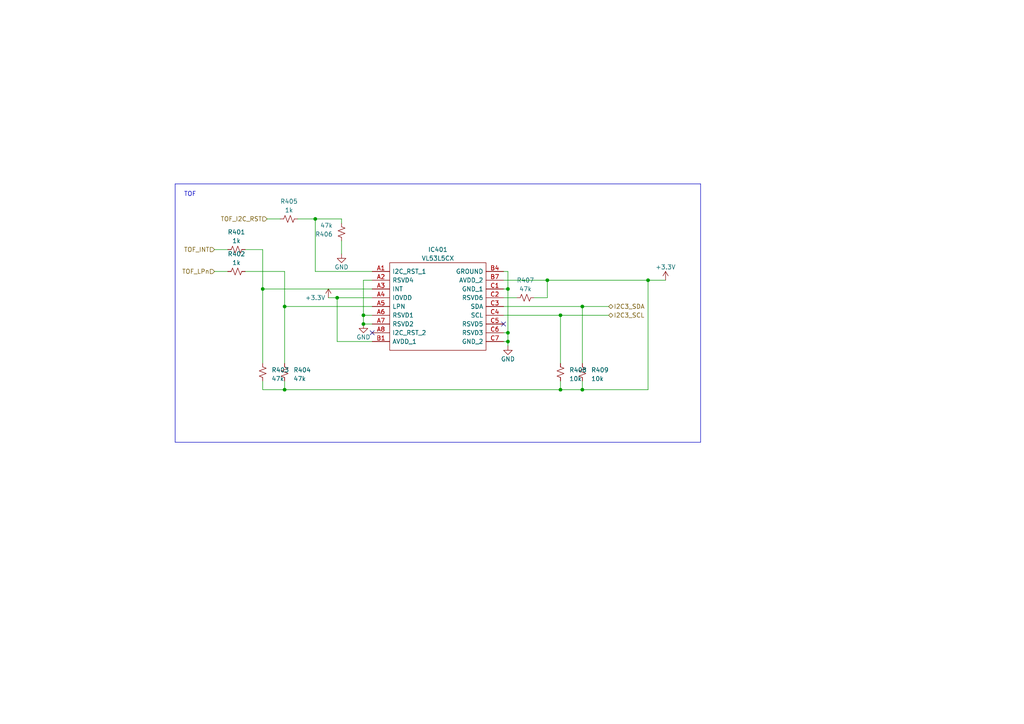
<source format=kicad_sch>
(kicad_sch (version 20231120) (generator "eeschema") (generator_version "8.0")
  (paper "A4")
  (lib_symbols
    (symbol "Device:R_Small_US" (pin_numbers hide) (pin_names (offset 0.254) hide)
      (property "Reference" "R" (at 0.762 0.508 0))
      (property "Value" "R_Small_US" (at 0.762 -1.016 0))
      (symbol "R_Small_US_1_1"
        (polyline (pts (xy 0 0) (xy 1.016 -0.381) (xy 0 -0.762) (xy -1.016 -1.143) (xy 0 -1.524)))
        (polyline (pts (xy 0 1.524) (xy 1.016 1.143) (xy 0 0.762) (xy -1.016 0.381) (xy 0 0)))
        (pin passive line (at 0 2.54 270) (length 1.016) (name "~") (number "1"))
        (pin passive line (at 0 -2.54 90) (length 1.016) (name "~") (number "2"))
      )
    )
    (symbol "VL53L5CX:VL53L5CX" (pin_names (offset 0.762))
      (property "Reference" "IC" (at 34.29 7.62 0))
      (property "Value" "VL53L5CX" (at 34.29 5.08 0))
      (symbol "VL53L5CX_0_0"
        (pin passive line (at 0 0 0) (length 5.08) (name "I2C_RST_1") (number "A1"))
        (pin passive line (at 0 -2.54 0) (length 5.08) (name "RSVD4") (number "A2"))
        (pin passive line (at 0 -5.08 0) (length 5.08) (name "INT") (number "A3"))
        (pin passive line (at 0 -7.62 0) (length 5.08) (name "IOVDD") (number "A4"))
        (pin passive line (at 0 -10.16 0) (length 5.08) (name "LPN") (number "A5"))
        (pin passive line (at 0 -12.7 0) (length 5.08) (name "RSVD1") (number "A6"))
        (pin passive line (at 0 -15.24 0) (length 5.08) (name "RSVD2") (number "A7"))
        (pin passive line (at 0 -17.78 0) (length 5.08) (name "I2C_RST_2") (number "A8"))
        (pin passive line (at 0 -20.32 0) (length 5.08) (name "AVDD_1") (number "B1"))
        (pin passive line (at 38.1 0 180) (length 5.08) (name "GROUND") (number "B4"))
        (pin passive line (at 38.1 -2.54 180) (length 5.08) (name "AVDD_2") (number "B7"))
        (pin passive line (at 38.1 -5.08 180) (length 5.08) (name "GND_1") (number "C1"))
        (pin passive line (at 38.1 -7.62 180) (length 5.08) (name "RSVD6") (number "C2"))
        (pin passive line (at 38.1 -10.16 180) (length 5.08) (name "SDA") (number "C3"))
        (pin passive line (at 38.1 -12.7 180) (length 5.08) (name "SCL") (number "C4"))
        (pin passive line (at 38.1 -15.24 180) (length 5.08) (name "RSVD5") (number "C5"))
        (pin passive line (at 38.1 -17.78 180) (length 5.08) (name "RSVD3") (number "C6"))
        (pin passive line (at 38.1 -20.32 180) (length 5.08) (name "GND_2") (number "C7"))
      )
      (symbol "VL53L5CX_0_1"
        (polyline (pts (xy 5.08 2.54) (xy 33.02 2.54) (xy 33.02 -22.86) (xy 5.08 -22.86) (xy 5.08 2.54)) (stroke (width 0.1524)))
      )
    )
    (symbol "power:+3.3V" (power) (pin_names (offset 0))
      (property "Value" "+3.3V" (at 0 3.556 0))
      (symbol "+3.3V_0_1"
        (polyline (pts (xy -0.762 1.27) (xy 0 2.54)))
        (polyline (pts (xy 0 0) (xy 0 2.54)))
        (polyline (pts (xy 0 2.54) (xy 0.762 1.27)))
      )
      (symbol "+3.3V_1_1"
        (pin power_in line (at 0 0 90) (length 0) hide (name "+3.3V") (number "1"))
      )
    )
    (symbol "power:GND" (power) (pin_names (offset 0))
      (property "Value" "GND" (at 0 -3.81 0))
      (symbol "GND_0_1"
        (polyline (pts (xy 0 0) (xy 0 -1.27) (xy 1.27 -1.27) (xy 0 -2.54) (xy -1.27 -1.27) (xy 0 -1.27)))
      )
      (symbol "GND_1_1"
        (pin power_in line (at 0 0 270) (length 0) hide (name "GND") (number "1"))
      )
    )
  )
  (junction (at 105.41 93.98))
  (junction (at 147.32 99.06))
  (junction (at 168.91 88.9))
  (junction (at 82.55 113.03))
  (junction (at 187.96 81.28))
  (junction (at 105.41 91.44))
  (junction (at 91.44 63.5))
  (junction (at 168.91 113.03))
  (junction (at 162.56 113.03))
  (junction (at 147.32 96.52))
  (junction (at 97.79 86.36))
  (junction (at 158.75 81.28))
  (junction (at 82.55 88.9))
  (junction (at 162.56 91.44))
  (junction (at 76.2 83.82))
  (junction (at 147.32 83.82))
  (no_connect (at 107.95 96.52))
  (no_connect (at 146.05 93.98))
  (wire (pts (xy 76.2 72.39) (xy 76.2 83.82)))
  (wire (pts (xy 187.96 81.28) (xy 193.04 81.28)))
  (wire (pts (xy 146.05 96.52) (xy 147.32 96.52)))
  (wire (pts (xy 76.2 83.82) (xy 107.95 83.82)))
  (wire (pts (xy 82.55 105.41) (xy 82.55 88.9)))
  (wire (pts (xy 82.55 78.74) (xy 82.55 88.9)))
  (wire (pts (xy 76.2 113.03) (xy 82.55 113.03)))
  (wire (pts (xy 107.95 81.28) (xy 105.41 81.28)))
  (polyline (pts (xy 203.2 53.34) (xy 203.2 128.27)))
  (wire (pts (xy 147.32 96.52) (xy 147.32 99.06)))
  (wire (pts (xy 154.94 86.36) (xy 158.75 86.36)))
  (wire (pts (xy 146.05 88.9) (xy 168.91 88.9)))
  (wire (pts (xy 76.2 110.49) (xy 76.2 113.03)))
  (wire (pts (xy 147.32 99.06) (xy 146.05 99.06)))
  (wire (pts (xy 147.32 78.74) (xy 147.32 83.82)))
  (wire (pts (xy 146.05 83.82) (xy 147.32 83.82)))
  (wire (pts (xy 187.96 113.03) (xy 187.96 81.28)))
  (wire (pts (xy 99.06 64.77) (xy 99.06 63.5)))
  (wire (pts (xy 91.44 63.5) (xy 91.44 78.74)))
  (wire (pts (xy 168.91 113.03) (xy 168.91 110.49)))
  (wire (pts (xy 99.06 73.66) (xy 99.06 69.85)))
  (polyline (pts (xy 203.2 128.27) (xy 50.8 128.27)))
  (wire (pts (xy 77.47 63.5) (xy 81.28 63.5)))
  (wire (pts (xy 62.23 72.39) (xy 66.04 72.39)))
  (wire (pts (xy 82.55 88.9) (xy 107.95 88.9)))
  (wire (pts (xy 147.32 100.33) (xy 147.32 99.06)))
  (wire (pts (xy 162.56 113.03) (xy 168.91 113.03)))
  (wire (pts (xy 99.06 63.5) (xy 91.44 63.5)))
  (wire (pts (xy 162.56 91.44) (xy 162.56 105.41)))
  (wire (pts (xy 147.32 83.82) (xy 147.32 96.52)))
  (wire (pts (xy 107.95 99.06) (xy 97.79 99.06)))
  (wire (pts (xy 105.41 91.44) (xy 107.95 91.44)))
  (wire (pts (xy 107.95 93.98) (xy 105.41 93.98)))
  (polyline (pts (xy 50.8 53.34) (xy 203.2 53.34)))
  (wire (pts (xy 71.12 72.39) (xy 76.2 72.39)))
  (wire (pts (xy 146.05 91.44) (xy 162.56 91.44)))
  (wire (pts (xy 146.05 81.28) (xy 158.75 81.28)))
  (wire (pts (xy 71.12 78.74) (xy 82.55 78.74)))
  (wire (pts (xy 158.75 81.28) (xy 158.75 86.36)))
  (polyline (pts (xy 50.8 53.34) (xy 50.8 128.27)))
  (wire (pts (xy 97.79 86.36) (xy 107.95 86.36)))
  (wire (pts (xy 97.79 99.06) (xy 97.79 86.36)))
  (wire (pts (xy 105.41 81.28) (xy 105.41 91.44)))
  (wire (pts (xy 146.05 86.36) (xy 149.86 86.36)))
  (wire (pts (xy 82.55 110.49) (xy 82.55 113.03)))
  (wire (pts (xy 162.56 91.44) (xy 176.53 91.44)))
  (wire (pts (xy 158.75 81.28) (xy 187.96 81.28)))
  (wire (pts (xy 162.56 110.49) (xy 162.56 113.03)))
  (wire (pts (xy 76.2 105.41) (xy 76.2 83.82)))
  (wire (pts (xy 168.91 113.03) (xy 187.96 113.03)))
  (wire (pts (xy 91.44 63.5) (xy 86.36 63.5)))
  (wire (pts (xy 82.55 113.03) (xy 162.56 113.03)))
  (wire (pts (xy 107.95 78.74) (xy 91.44 78.74)))
  (wire (pts (xy 95.25 86.36) (xy 97.79 86.36)))
  (wire (pts (xy 168.91 88.9) (xy 176.53 88.9)))
  (wire (pts (xy 62.23 78.74) (xy 66.04 78.74)))
  (wire (pts (xy 168.91 88.9) (xy 168.91 105.41)))
  (wire (pts (xy 105.41 93.98) (xy 105.41 91.44)))
  (wire (pts (xy 146.05 78.74) (xy 147.32 78.74)))
  (text "TOF" (at 53.34 57.15 0) (effects (font (size 1.27 1.27)) (justify left bottom)))
  (hierarchical_label "TOF_LPn" (shape input) (at 62.23 78.74 180))
  (hierarchical_label "I2C3_SDA" (shape bidirectional) (at 176.53 88.9 0))
  (hierarchical_label "TOF_I2C_RST" (shape input) (at 77.47 63.5 180))
  (hierarchical_label "I2C3_SCL" (shape bidirectional) (at 176.53 91.44 0))
  (hierarchical_label "TOF_INT" (shape input) (at 62.23 72.39 180))
  (symbol (lib_id "Device:R_Small_US") (at 168.91 107.95 180) (unit 1)
    (property "Reference" "R409" (at 171.45 107.315 0) (effects (justify right)))
    (property "Value" "10k" (at 171.45 109.855 0) (effects (justify right)))
    (property "Footprint" "Resistor_SMD:R_0402_1005Metric" (effects (hide yes)))
  )
  (symbol (lib_id "power:GND") (at 105.41 93.98 0) (unit 1)
    (property "Reference" "#PWR0403" (effects (hide yes)))
    (property "Value" "GND" (at 105.41 97.79 0))
  )
  (symbol (lib_id "power:GND") (at 147.32 100.33 0) (unit 1)
    (property "Reference" "#PWR0404" (effects (hide yes)))
    (property "Value" "GND" (at 147.32 104.14 0))
  )
  (symbol (lib_id "Device:R_Small_US") (at 68.58 78.74 270) (unit 1)
    (property "Reference" "R402" (at 68.58 73.66 90))
    (property "Value" "1k" (at 68.58 76.2 90))
    (property "Footprint" "Resistor_SMD:R_0402_1005Metric" (effects (hide yes)))
  )
  (symbol (lib_id "Device:R_Small_US") (at 162.56 107.95 180) (unit 1)
    (property "Reference" "R408" (at 165.1 107.315 0) (effects (justify right)))
    (property "Value" "10k" (at 165.1 109.855 0) (effects (justify right)))
    (property "Footprint" "Resistor_SMD:R_0402_1005Metric" (effects (hide yes)))
  )
  (symbol (lib_id "Device:R_Small_US") (at 152.4 86.36 90) (unit 1)
    (property "Reference" "R407" (at 152.4 81.28 90))
    (property "Value" "47k" (at 152.4 83.82 90))
    (property "Footprint" "Resistor_SMD:R_0402_1005Metric" (effects (hide yes)))
  )
  (symbol (lib_id "VL53L5CX:VL53L5CX") (at 107.95 78.74 0) (unit 1)
    (property "Reference" "IC401" (at 127 72.39 0))
    (property "Value" "VL53L5CX" (at 127 74.93 0))
    (property "Footprint" "mod:VL53L5CX" (effects (hide yes)))
    (property "Datasheet" "https://www.st.com/en/imaging-and-photonics-solutions/vl53l5cx.html#documentation" (effects (hide yes)))
    (property "Description" "Time-of-Flight 8x8 multizone ranging sensor with wide field of view" (effects (hide yes)))
    (property "Height" "1.55" (effects (hide yes)))
    (property "Manufacturer_Name" "ST" (effects (hide yes)))
    (property "Manufacturer_Part_Number" "VL53L5CX" (effects (hide yes)))
  )
  (symbol (lib_id "Device:R_Small_US") (at 83.82 63.5 270) (unit 1)
    (property "Reference" "R405" (at 83.82 58.42 90))
    (property "Value" "1k" (at 83.82 60.96 90))
    (property "Footprint" "Resistor_SMD:R_0402_1005Metric" (effects (hide yes)))
  )
  (symbol (lib_id "Device:R_Small_US") (at 99.06 67.31 0) (unit 1)
    (property "Reference" "R406" (at 96.52 67.945 0) (effects (justify right)))
    (property "Value" "47k" (at 96.52 65.405 0) (effects (justify right)))
    (property "Footprint" "Resistor_SMD:R_0402_1005Metric" (effects (hide yes)))
  )
  (symbol (lib_id "power:+3.3V") (at 193.04 81.28 0) (unit 1)
    (property "Reference" "#PWR0405" (effects (hide yes)))
    (property "Value" "+3.3V" (at 193.04 77.47 0))
  )
  (symbol (lib_id "Device:R_Small_US") (at 76.2 107.95 180) (unit 1)
    (property "Reference" "R403" (at 78.74 107.315 0) (effects (justify right)))
    (property "Value" "47k" (at 78.74 109.855 0) (effects (justify right)))
    (property "Footprint" "Resistor_SMD:R_0402_1005Metric" (effects (hide yes)))
  )
  (symbol (lib_id "Device:R_Small_US") (at 82.55 107.95 180) (unit 1)
    (property "Reference" "R404" (at 85.09 107.315 0) (effects (justify right)))
    (property "Value" "47k" (at 85.09 109.855 0) (effects (justify right)))
    (property "Footprint" "Resistor_SMD:R_0402_1005Metric" (effects (hide yes)))
  )
  (symbol (lib_id "Device:R_Small_US") (at 68.58 72.39 270) (unit 1)
    (property "Reference" "R401" (at 68.58 67.31 90))
    (property "Value" "1k" (at 68.58 69.85 90))
    (property "Footprint" "Resistor_SMD:R_0402_1005Metric" (effects (hide yes)))
  )
  (symbol (lib_id "power:GND") (at 99.06 73.66 0) (unit 1)
    (property "Reference" "#PWR0402" (effects (hide yes)))
    (property "Value" "GND" (at 99.06 77.47 0))
  )
  (symbol (lib_id "power:+3.3V") (at 95.25 86.36 0) (unit 1)
    (property "Reference" "#PWR0401" (effects (hide yes)))
    (property "Value" "+3.3V" (at 91.44 86.36 0))
  )
)
</source>
